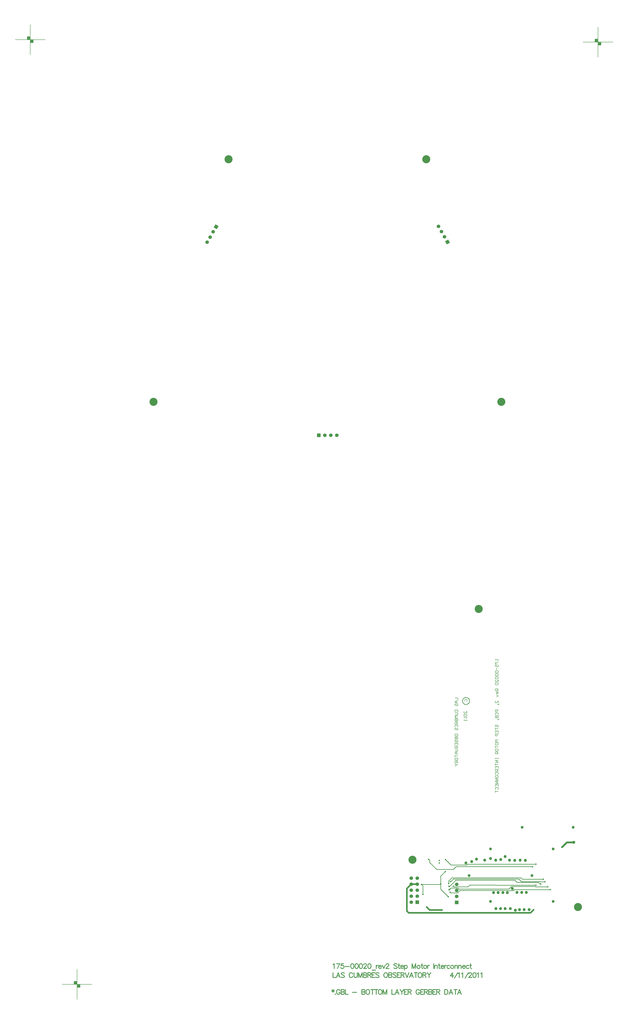
<source format=gbl>
%FSLAX23Y23*%
%MOIN*%
G70*
G01*
G75*
G04 Layer_Physical_Order=4*
G04 Layer_Color=16711680*
%ADD10R,0.050X0.050*%
%ADD11R,0.022X0.085*%
%ADD12R,0.030X0.125*%
%ADD13O,0.069X0.012*%
%ADD14R,0.071X0.075*%
%ADD15O,0.024X0.010*%
%ADD16R,0.050X0.050*%
%ADD17C,0.010*%
%ADD18C,0.025*%
%ADD19C,0.030*%
%ADD20C,0.020*%
%ADD21C,0.005*%
%ADD22C,0.012*%
%ADD23C,0.008*%
%ADD24C,0.012*%
%ADD25C,0.012*%
%ADD26R,0.059X0.059*%
%ADD27C,0.059*%
%ADD28P,0.084X4X285.0*%
%ADD29C,0.047*%
%ADD30C,0.024*%
%ADD31R,0.059X0.059*%
%ADD32P,0.084X4X165.0*%
%ADD33C,0.134*%
%ADD34C,0.030*%
%ADD35C,0.050*%
%ADD36C,0.075*%
D17*
X41333Y24303D02*
X41332Y24313D01*
X41330Y24322D01*
X41326Y24331D01*
X41320Y24339D01*
X41313Y24347D01*
X41305Y24353D01*
X41296Y24357D01*
X41287Y24360D01*
X41277Y24361D01*
X41267Y24361D01*
X41257Y24359D01*
X41248Y24355D01*
X41240Y24350D01*
X41232Y24343D01*
X41226Y24335D01*
X41221Y24327D01*
X41218Y24317D01*
X41216Y24308D01*
Y24298D01*
X41218Y24288D01*
X41221Y24279D01*
X41226Y24270D01*
X41232Y24262D01*
X41240Y24256D01*
X41248Y24250D01*
X41257Y24247D01*
X41267Y24245D01*
X41277Y24244D01*
X41287Y24245D01*
X41296Y24248D01*
X41305Y24253D01*
X41313Y24259D01*
X41320Y24266D01*
X41326Y24274D01*
X41330Y24283D01*
X41332Y24293D01*
X41333Y24303D01*
X40997Y21211D02*
X41103Y21318D01*
X42508Y21257D02*
X42519D01*
X42483Y21282D02*
X42508Y21257D01*
X41019Y21294D02*
X41064Y21339D01*
X42426Y21215D02*
X42430Y21211D01*
X42638D01*
X42218Y21335D02*
X42565D01*
X42192Y21361D02*
X42218Y21335D01*
X41041Y21361D02*
X42192D01*
X40988Y21308D02*
X41041Y21361D01*
X40988Y21264D02*
Y21308D01*
X42064Y21215D02*
X42426D01*
X42063Y21215D02*
X42064Y21215D01*
X42034Y21215D02*
X42063D01*
X41992Y21174D02*
X42034Y21215D01*
X41153Y21174D02*
X41992D01*
X41764Y21238D02*
X41765Y21237D01*
X41071Y21211D02*
X41310D01*
X41337Y21238D01*
X41063Y21219D02*
X41071Y21211D01*
X41337Y21238D02*
X41764D01*
X41765Y21237D02*
X42442D01*
X41137Y21190D02*
X41153Y21174D01*
X41025Y21190D02*
X41137D01*
X40997Y21163D02*
X41025Y21190D01*
X40855Y21388D02*
X40930Y21463D01*
X40855Y21256D02*
Y21388D01*
Y21170D02*
X40982Y21043D01*
X40855Y21170D02*
Y21256D01*
X40850Y21251D02*
X40855Y21256D01*
X40535Y21251D02*
X40850D01*
X40535D02*
X40557Y21229D01*
Y21083D02*
Y21229D01*
X41304Y21587D02*
X42440D01*
X41289Y21572D02*
X41304Y21587D01*
X41024Y21572D02*
X41289D01*
X40933Y21663D02*
X41024Y21572D01*
X40655Y21667D02*
X40672Y21650D01*
Y21612D02*
Y21650D01*
Y21612D02*
X40786Y21499D01*
X41065D02*
X41111Y21545D01*
X42382D02*
X42385Y21542D01*
X40786Y21499D02*
X41065D01*
X41111Y21545D02*
X42382D01*
X40990Y21218D02*
X40997Y21211D01*
X41018Y21295D02*
X41019Y21294D01*
X41982Y21145D02*
X42063D01*
X41980Y21148D02*
X41982Y21145D01*
X42063D02*
X42080Y21163D01*
X42679D01*
X41137Y21111D02*
X41173Y21148D01*
X41980D01*
X41018Y21111D02*
X41137D01*
X41010Y21119D02*
X41018Y21111D01*
X41064Y21339D02*
X42154D01*
X42196Y21297D01*
X42092Y21318D02*
X42128Y21282D01*
X41103Y21318D02*
X42092D01*
X42128Y21282D02*
X42483D01*
X42196Y21297D02*
X42505D01*
X42508Y21294D01*
X42592D01*
D18*
X40290Y21180D02*
X40364Y21254D01*
X40290Y20806D02*
Y21180D01*
Y20806D02*
X40319Y20777D01*
X42352D02*
X42400Y20826D01*
X40319Y20777D02*
X42352D01*
X40364Y21254D02*
X40464D01*
X40669Y20824D02*
X40878D01*
X40620Y20873D02*
X40669Y20824D01*
D19*
X42953Y21949D02*
X43070D01*
X42874Y21870D02*
X42953Y21949D01*
D22*
X39060Y19499D02*
Y19453D01*
X39041Y19488D02*
X39079Y19465D01*
Y19488D02*
X39041Y19465D01*
X39099Y19427D02*
X39095Y19423D01*
X39099Y19419D01*
X39103Y19423D01*
X39099Y19427D01*
X39177Y19480D02*
X39173Y19488D01*
X39166Y19495D01*
X39158Y19499D01*
X39143D01*
X39135Y19495D01*
X39128Y19488D01*
X39124Y19480D01*
X39120Y19469D01*
Y19450D01*
X39124Y19438D01*
X39128Y19431D01*
X39135Y19423D01*
X39143Y19419D01*
X39158D01*
X39166Y19423D01*
X39173Y19431D01*
X39177Y19438D01*
Y19450D01*
X39158D02*
X39177D01*
X39196Y19499D02*
Y19419D01*
Y19499D02*
X39230D01*
X39241Y19495D01*
X39245Y19492D01*
X39249Y19484D01*
Y19476D01*
X39245Y19469D01*
X39241Y19465D01*
X39230Y19461D01*
X39196D02*
X39230D01*
X39241Y19457D01*
X39245Y19453D01*
X39249Y19446D01*
Y19434D01*
X39245Y19427D01*
X39241Y19423D01*
X39230Y19419D01*
X39196D01*
X39267Y19499D02*
Y19419D01*
X39313D01*
X39384Y19453D02*
X39453D01*
X39539Y19499D02*
Y19419D01*
Y19499D02*
X39573D01*
X39585Y19495D01*
X39589Y19492D01*
X39592Y19484D01*
Y19476D01*
X39589Y19469D01*
X39585Y19465D01*
X39573Y19461D01*
X39539D02*
X39573D01*
X39585Y19457D01*
X39589Y19453D01*
X39592Y19446D01*
Y19434D01*
X39589Y19427D01*
X39585Y19423D01*
X39573Y19419D01*
X39539D01*
X39633Y19499D02*
X39626Y19495D01*
X39618Y19488D01*
X39614Y19480D01*
X39610Y19469D01*
Y19450D01*
X39614Y19438D01*
X39618Y19431D01*
X39626Y19423D01*
X39633Y19419D01*
X39648D01*
X39656Y19423D01*
X39664Y19431D01*
X39667Y19438D01*
X39671Y19450D01*
Y19469D01*
X39667Y19480D01*
X39664Y19488D01*
X39656Y19495D01*
X39648Y19499D01*
X39633D01*
X39717D02*
Y19419D01*
X39690Y19499D02*
X39743D01*
X39779D02*
Y19419D01*
X39753Y19499D02*
X39806D01*
X39838D02*
X39831Y19495D01*
X39823Y19488D01*
X39819Y19480D01*
X39816Y19469D01*
Y19450D01*
X39819Y19438D01*
X39823Y19431D01*
X39831Y19423D01*
X39838Y19419D01*
X39854D01*
X39861Y19423D01*
X39869Y19431D01*
X39873Y19438D01*
X39877Y19450D01*
Y19469D01*
X39873Y19480D01*
X39869Y19488D01*
X39861Y19495D01*
X39854Y19499D01*
X39838D01*
X39895D02*
Y19419D01*
Y19499D02*
X39926Y19419D01*
X39956Y19499D02*
X39926Y19419D01*
X39956Y19499D02*
Y19419D01*
X40042Y19499D02*
Y19419D01*
X40088D01*
X40157D02*
X40127Y19499D01*
X40096Y19419D01*
X40108Y19446D02*
X40146D01*
X40176Y19499D02*
X40206Y19461D01*
Y19419D01*
X40237Y19499D02*
X40206Y19461D01*
X40297Y19499D02*
X40247D01*
Y19419D01*
X40297D01*
X40247Y19461D02*
X40278D01*
X40310Y19499D02*
Y19419D01*
Y19499D02*
X40344D01*
X40356Y19495D01*
X40360Y19492D01*
X40363Y19484D01*
Y19476D01*
X40360Y19469D01*
X40356Y19465D01*
X40344Y19461D01*
X40310D01*
X40337D02*
X40363Y19419D01*
X40501Y19480D02*
X40497Y19488D01*
X40490Y19495D01*
X40482Y19499D01*
X40467D01*
X40459Y19495D01*
X40452Y19488D01*
X40448Y19480D01*
X40444Y19469D01*
Y19450D01*
X40448Y19438D01*
X40452Y19431D01*
X40459Y19423D01*
X40467Y19419D01*
X40482D01*
X40490Y19423D01*
X40497Y19431D01*
X40501Y19438D01*
Y19450D01*
X40482D02*
X40501D01*
X40569Y19499D02*
X40519D01*
Y19419D01*
X40569D01*
X40519Y19461D02*
X40550D01*
X40582Y19499D02*
Y19419D01*
Y19499D02*
X40617D01*
X40628Y19495D01*
X40632Y19492D01*
X40636Y19484D01*
Y19476D01*
X40632Y19469D01*
X40628Y19465D01*
X40617Y19461D01*
X40582D01*
X40609D02*
X40636Y19419D01*
X40654Y19499D02*
Y19419D01*
Y19499D02*
X40688D01*
X40699Y19495D01*
X40703Y19492D01*
X40707Y19484D01*
Y19476D01*
X40703Y19469D01*
X40699Y19465D01*
X40688Y19461D01*
X40654D02*
X40688D01*
X40699Y19457D01*
X40703Y19453D01*
X40707Y19446D01*
Y19434D01*
X40703Y19427D01*
X40699Y19423D01*
X40688Y19419D01*
X40654D01*
X40774Y19499D02*
X40725D01*
Y19419D01*
X40774D01*
X40725Y19461D02*
X40755D01*
X40788Y19499D02*
Y19419D01*
Y19499D02*
X40822D01*
X40833Y19495D01*
X40837Y19492D01*
X40841Y19484D01*
Y19476D01*
X40837Y19469D01*
X40833Y19465D01*
X40822Y19461D01*
X40788D01*
X40814D02*
X40841Y19419D01*
X40922Y19499D02*
Y19419D01*
Y19499D02*
X40948D01*
X40960Y19495D01*
X40967Y19488D01*
X40971Y19480D01*
X40975Y19469D01*
Y19450D01*
X40971Y19438D01*
X40967Y19431D01*
X40960Y19423D01*
X40948Y19419D01*
X40922D01*
X41054D02*
X41023Y19499D01*
X40993Y19419D01*
X41004Y19446D02*
X41042D01*
X41099Y19499D02*
Y19419D01*
X41073Y19499D02*
X41126D01*
X41196Y19419D02*
X41166Y19499D01*
X41135Y19419D01*
X41147Y19446D02*
X41185D01*
D23*
X41256Y24297D02*
Y24322D01*
X41265Y24330D01*
X41281D01*
X41290Y24322D01*
Y24297D01*
Y24097D02*
Y24130D01*
X41256Y24097D01*
X41248D01*
X41240Y24105D01*
Y24122D01*
X41248Y24130D01*
Y24080D02*
X41240Y24072D01*
Y24055D01*
X41248Y24047D01*
X41281D01*
X41290Y24055D01*
Y24072D01*
X41281Y24080D01*
X41248D01*
X41290Y24030D02*
Y24014D01*
Y24022D01*
X41240D01*
X41248Y24030D01*
X41290Y23989D02*
Y23972D01*
Y23980D01*
X41240D01*
X41248Y23989D01*
X41090Y24354D02*
X41140D01*
Y24321D01*
Y24304D02*
X41107D01*
X41090Y24287D01*
X41107Y24271D01*
X41140D01*
X41115D01*
Y24304D01*
X41099Y24221D02*
X41090Y24229D01*
Y24246D01*
X41099Y24254D01*
X41107D01*
X41115Y24246D01*
Y24229D01*
X41124Y24221D01*
X41132D01*
X41140Y24229D01*
Y24246D01*
X41132Y24254D01*
X41099Y24121D02*
X41090Y24129D01*
Y24146D01*
X41099Y24154D01*
X41132D01*
X41140Y24146D01*
Y24129D01*
X41132Y24121D01*
X41090Y24104D02*
X41132D01*
X41140Y24096D01*
Y24079D01*
X41132Y24071D01*
X41090D01*
X41140Y24054D02*
X41090D01*
X41107Y24037D01*
X41090Y24021D01*
X41140D01*
X41090Y24004D02*
X41140D01*
Y23979D01*
X41132Y23971D01*
X41124D01*
X41115Y23979D01*
Y24004D01*
Y23979D01*
X41107Y23971D01*
X41099D01*
X41090Y23979D01*
Y24004D01*
X41140Y23954D02*
X41090D01*
Y23929D01*
X41099Y23921D01*
X41115D01*
X41124Y23929D01*
Y23954D01*
Y23937D02*
X41140Y23921D01*
X41090Y23871D02*
Y23904D01*
X41140D01*
Y23871D01*
X41115Y23904D02*
Y23887D01*
X41099Y23821D02*
X41090Y23829D01*
Y23846D01*
X41099Y23854D01*
X41107D01*
X41115Y23846D01*
Y23829D01*
X41124Y23821D01*
X41132D01*
X41140Y23829D01*
Y23846D01*
X41132Y23854D01*
X41090Y23729D02*
Y23746D01*
X41099Y23754D01*
X41132D01*
X41140Y23746D01*
Y23729D01*
X41132Y23721D01*
X41099D01*
X41090Y23729D01*
Y23704D02*
X41140D01*
Y23679D01*
X41132Y23671D01*
X41124D01*
X41115Y23679D01*
Y23704D01*
Y23679D01*
X41107Y23671D01*
X41099D01*
X41090Y23679D01*
Y23704D01*
X41099Y23621D02*
X41090Y23629D01*
Y23646D01*
X41099Y23654D01*
X41107D01*
X41115Y23646D01*
Y23629D01*
X41124Y23621D01*
X41132D01*
X41140Y23629D01*
Y23646D01*
X41132Y23654D01*
X41090Y23571D02*
Y23604D01*
X41140D01*
Y23571D01*
X41115Y23604D02*
Y23587D01*
X41140Y23554D02*
X41090D01*
Y23529D01*
X41099Y23521D01*
X41115D01*
X41124Y23529D01*
Y23554D01*
Y23537D02*
X41140Y23521D01*
X41090Y23504D02*
X41124D01*
X41140Y23487D01*
X41124Y23471D01*
X41090D01*
X41140Y23454D02*
X41107D01*
X41090Y23438D01*
X41107Y23421D01*
X41140D01*
X41115D01*
Y23454D01*
X41090Y23404D02*
Y23371D01*
Y23388D01*
X41140D01*
X41090Y23329D02*
Y23346D01*
X41099Y23354D01*
X41132D01*
X41140Y23346D01*
Y23329D01*
X41132Y23321D01*
X41099D01*
X41090Y23329D01*
X41140Y23304D02*
X41090D01*
Y23279D01*
X41099Y23271D01*
X41115D01*
X41124Y23279D01*
Y23304D01*
Y23288D02*
X41140Y23271D01*
X41090Y23254D02*
X41099D01*
X41115Y23238D01*
X41099Y23221D01*
X41090D01*
X41115Y23238D02*
X41140D01*
X41813Y24996D02*
Y24979D01*
Y24987D01*
X41763D01*
X41772Y24996D01*
X41763Y24954D02*
Y24921D01*
X41772D01*
X41805Y24954D01*
X41813D01*
X41763Y24871D02*
Y24904D01*
X41788D01*
X41780Y24887D01*
Y24879D01*
X41788Y24871D01*
X41805D01*
X41813Y24879D01*
Y24896D01*
X41805Y24904D01*
X41788Y24854D02*
Y24821D01*
X41772Y24804D02*
X41763Y24796D01*
Y24779D01*
X41772Y24771D01*
X41805D01*
X41813Y24779D01*
Y24796D01*
X41805Y24804D01*
X41772D01*
Y24754D02*
X41763Y24746D01*
Y24729D01*
X41772Y24721D01*
X41805D01*
X41813Y24729D01*
Y24746D01*
X41805Y24754D01*
X41772D01*
Y24704D02*
X41763Y24696D01*
Y24679D01*
X41772Y24671D01*
X41805D01*
X41813Y24679D01*
Y24696D01*
X41805Y24704D01*
X41772D01*
X41813Y24621D02*
Y24654D01*
X41780Y24621D01*
X41772D01*
X41763Y24629D01*
Y24646D01*
X41772Y24654D01*
Y24604D02*
X41763Y24596D01*
Y24579D01*
X41772Y24571D01*
X41805D01*
X41813Y24579D01*
Y24596D01*
X41805Y24604D01*
X41772D01*
X41813Y24504D02*
X41763D01*
Y24479D01*
X41772Y24471D01*
X41788D01*
X41797Y24479D01*
Y24504D01*
Y24487D02*
X41813Y24471D01*
Y24429D02*
Y24446D01*
X41805Y24454D01*
X41788D01*
X41780Y24446D01*
Y24429D01*
X41788Y24421D01*
X41797D01*
Y24454D01*
X41780Y24404D02*
X41813Y24387D01*
X41780Y24371D01*
X41813Y24271D02*
Y24304D01*
X41780Y24271D01*
X41772D01*
X41763Y24279D01*
Y24296D01*
X41772Y24304D01*
X41822Y24246D02*
X41813Y24238D01*
X41805D01*
Y24246D01*
X41813D01*
Y24238D01*
X41822Y24246D01*
X41830Y24254D01*
X41813Y24154D02*
X41763D01*
Y24129D01*
X41772Y24121D01*
X41788D01*
X41797Y24129D01*
Y24154D01*
X41772Y24071D02*
X41763Y24079D01*
Y24096D01*
X41772Y24104D01*
X41805D01*
X41813Y24096D01*
Y24079D01*
X41805Y24071D01*
X41763Y24054D02*
X41813D01*
Y24029D01*
X41805Y24021D01*
X41797D01*
X41788Y24029D01*
Y24054D01*
Y24029D01*
X41780Y24021D01*
X41772D01*
X41763Y24029D01*
Y24054D01*
X41822Y23996D02*
X41813Y23988D01*
X41805D01*
Y23996D01*
X41813D01*
Y23988D01*
X41822Y23996D01*
X41830Y24004D01*
X41772Y23871D02*
X41763Y23879D01*
Y23896D01*
X41772Y23904D01*
X41780D01*
X41788Y23896D01*
Y23879D01*
X41797Y23871D01*
X41805D01*
X41813Y23879D01*
Y23896D01*
X41805Y23904D01*
X41763Y23854D02*
Y23821D01*
Y23838D01*
X41813D01*
X41763Y23771D02*
Y23804D01*
X41813D01*
Y23771D01*
X41788Y23804D02*
Y23788D01*
X41813Y23754D02*
X41763D01*
Y23729D01*
X41772Y23721D01*
X41788D01*
X41797Y23729D01*
Y23754D01*
X41813Y23654D02*
X41763D01*
X41780Y23638D01*
X41763Y23621D01*
X41813D01*
X41763Y23579D02*
Y23596D01*
X41772Y23604D01*
X41805D01*
X41813Y23596D01*
Y23579D01*
X41805Y23571D01*
X41772D01*
X41763Y23579D01*
Y23554D02*
Y23521D01*
Y23538D01*
X41813D01*
X41763Y23479D02*
Y23496D01*
X41772Y23504D01*
X41805D01*
X41813Y23496D01*
Y23479D01*
X41805Y23471D01*
X41772D01*
X41763Y23479D01*
X41813Y23454D02*
X41763D01*
Y23429D01*
X41772Y23421D01*
X41788D01*
X41797Y23429D01*
Y23454D01*
Y23438D02*
X41813Y23421D01*
X41763Y23354D02*
Y23338D01*
Y23346D01*
X41813D01*
Y23354D01*
Y23338D01*
Y23313D02*
X41763D01*
X41813Y23280D01*
X41763D01*
Y23263D02*
Y23230D01*
Y23246D01*
X41813D01*
X41763Y23180D02*
Y23213D01*
X41813D01*
Y23180D01*
X41788Y23213D02*
Y23196D01*
X41813Y23163D02*
X41763D01*
Y23138D01*
X41772Y23130D01*
X41788D01*
X41797Y23138D01*
Y23163D01*
Y23146D02*
X41813Y23130D01*
X41772Y23080D02*
X41763Y23088D01*
Y23105D01*
X41772Y23113D01*
X41805D01*
X41813Y23105D01*
Y23088D01*
X41805Y23080D01*
X41763Y23038D02*
Y23055D01*
X41772Y23063D01*
X41805D01*
X41813Y23055D01*
Y23038D01*
X41805Y23030D01*
X41772D01*
X41763Y23038D01*
X41813Y23013D02*
X41763D01*
X41813Y22980D01*
X41763D01*
X41813Y22963D02*
X41763D01*
X41813Y22930D01*
X41763D01*
Y22880D02*
Y22913D01*
X41813D01*
Y22880D01*
X41788Y22913D02*
Y22896D01*
X41772Y22830D02*
X41763Y22838D01*
Y22855D01*
X41772Y22863D01*
X41805D01*
X41813Y22855D01*
Y22838D01*
X41805Y22830D01*
X41763Y22813D02*
Y22780D01*
Y22796D01*
X41813D01*
X43223Y35265D02*
X43723D01*
X43473Y35015D02*
Y35515D01*
X43423Y35265D02*
Y35315D01*
X43473D01*
X43523Y35215D02*
Y35265D01*
X43473Y35215D02*
X43523D01*
X43478Y35260D02*
X43518D01*
Y35220D02*
Y35260D01*
X43478Y35220D02*
X43518D01*
X43478D02*
Y35260D01*
X43483Y35255D02*
X43513D01*
Y35225D02*
Y35255D01*
X43483Y35225D02*
X43513D01*
X43483D02*
Y35250D01*
X43488D02*
X43508D01*
Y35230D02*
Y35250D01*
X43488Y35230D02*
X43508D01*
X43488D02*
Y35245D01*
X43493D02*
X43503D01*
Y35235D02*
Y35245D01*
X43493Y35235D02*
X43503D01*
X43493D02*
Y35245D01*
Y35240D02*
X43503D01*
X43428Y35310D02*
X43468D01*
Y35270D02*
Y35310D01*
X43428Y35270D02*
X43468D01*
X43428D02*
Y35310D01*
X43433Y35305D02*
X43463D01*
Y35275D02*
Y35305D01*
X43433Y35275D02*
X43463D01*
X43433D02*
Y35300D01*
X43438D02*
X43458D01*
Y35280D02*
Y35300D01*
X43438Y35280D02*
X43458D01*
X43438D02*
Y35295D01*
X43443D02*
X43453D01*
Y35285D02*
Y35295D01*
X43443Y35285D02*
X43453D01*
X43443D02*
Y35295D01*
Y35290D02*
X43453D01*
X34548Y19586D02*
X35048D01*
X34798Y19336D02*
Y19836D01*
X34748Y19586D02*
Y19636D01*
X34798D01*
X34848Y19536D02*
Y19586D01*
X34798Y19536D02*
X34848D01*
X34803Y19581D02*
X34843D01*
Y19541D02*
Y19581D01*
X34803Y19541D02*
X34843D01*
X34803D02*
Y19581D01*
X34808Y19576D02*
X34838D01*
Y19546D02*
Y19576D01*
X34808Y19546D02*
X34838D01*
X34808D02*
Y19571D01*
X34813D02*
X34833D01*
Y19551D02*
Y19571D01*
X34813Y19551D02*
X34833D01*
X34813D02*
Y19566D01*
X34818D02*
X34828D01*
Y19556D02*
Y19566D01*
X34818Y19556D02*
X34828D01*
X34818D02*
Y19566D01*
Y19561D02*
X34828D01*
X34753Y19631D02*
X34793D01*
Y19591D02*
Y19631D01*
X34753Y19591D02*
X34793D01*
X34753D02*
Y19631D01*
X34758Y19626D02*
X34788D01*
Y19596D02*
Y19626D01*
X34758Y19596D02*
X34788D01*
X34758D02*
Y19621D01*
X34763D02*
X34783D01*
Y19601D02*
Y19621D01*
X34763Y19601D02*
X34783D01*
X34763D02*
Y19616D01*
X34768D02*
X34778D01*
Y19606D02*
Y19616D01*
X34768Y19606D02*
X34778D01*
X34768D02*
Y19616D01*
Y19611D02*
X34778D01*
X33767Y35306D02*
X34267D01*
X34017Y35056D02*
Y35556D01*
X33967Y35306D02*
Y35356D01*
X34017D01*
X34067Y35256D02*
Y35306D01*
X34017Y35256D02*
X34067D01*
X34022Y35301D02*
X34062D01*
Y35261D02*
Y35301D01*
X34022Y35261D02*
X34062D01*
X34022D02*
Y35301D01*
X34027Y35296D02*
X34057D01*
Y35266D02*
Y35296D01*
X34027Y35266D02*
X34057D01*
X34027D02*
Y35291D01*
X34032D02*
X34052D01*
Y35271D02*
Y35291D01*
X34032Y35271D02*
X34052D01*
X34032D02*
Y35286D01*
X34037D02*
X34047D01*
Y35276D02*
Y35286D01*
X34037Y35276D02*
X34047D01*
X34037D02*
Y35286D01*
Y35281D02*
X34047D01*
X33972Y35351D02*
X34012D01*
Y35311D02*
Y35351D01*
X33972Y35311D02*
X34012D01*
X33972D02*
Y35351D01*
X33977Y35346D02*
X34007D01*
Y35316D02*
Y35346D01*
X33977Y35316D02*
X34007D01*
X33977D02*
Y35341D01*
X33982D02*
X34002D01*
Y35321D02*
Y35341D01*
X33982Y35321D02*
X34002D01*
X33982D02*
Y35336D01*
X33987D02*
X33997D01*
Y35326D02*
Y35336D01*
X33987Y35326D02*
X33997D01*
X33987D02*
Y35336D01*
Y35331D02*
X33997D01*
D24*
X39062Y19915D02*
X39069Y19918D01*
X39081Y19930D01*
Y19850D01*
X39174Y19930D02*
X39135Y19850D01*
X39120Y19930D02*
X39174D01*
X39237D02*
X39199D01*
X39195Y19895D01*
X39199Y19899D01*
X39211Y19903D01*
X39222D01*
X39233Y19899D01*
X39241Y19892D01*
X39245Y19880D01*
Y19873D01*
X39241Y19861D01*
X39233Y19854D01*
X39222Y19850D01*
X39211D01*
X39199Y19854D01*
X39195Y19857D01*
X39191Y19865D01*
X39263Y19884D02*
X39331D01*
X39378Y19930D02*
X39366Y19926D01*
X39359Y19915D01*
X39355Y19895D01*
Y19884D01*
X39359Y19865D01*
X39366Y19854D01*
X39378Y19850D01*
X39385D01*
X39397Y19854D01*
X39404Y19865D01*
X39408Y19884D01*
Y19895D01*
X39404Y19915D01*
X39397Y19926D01*
X39385Y19930D01*
X39378D01*
X39449D02*
X39438Y19926D01*
X39430Y19915D01*
X39426Y19895D01*
Y19884D01*
X39430Y19865D01*
X39438Y19854D01*
X39449Y19850D01*
X39457D01*
X39468Y19854D01*
X39476Y19865D01*
X39479Y19884D01*
Y19895D01*
X39476Y19915D01*
X39468Y19926D01*
X39457Y19930D01*
X39449D01*
X39520D02*
X39509Y19926D01*
X39501Y19915D01*
X39497Y19895D01*
Y19884D01*
X39501Y19865D01*
X39509Y19854D01*
X39520Y19850D01*
X39528D01*
X39539Y19854D01*
X39547Y19865D01*
X39551Y19884D01*
Y19895D01*
X39547Y19915D01*
X39539Y19926D01*
X39528Y19930D01*
X39520D01*
X39572Y19911D02*
Y19915D01*
X39576Y19922D01*
X39580Y19926D01*
X39588Y19930D01*
X39603D01*
X39610Y19926D01*
X39614Y19922D01*
X39618Y19915D01*
Y19907D01*
X39614Y19899D01*
X39607Y19888D01*
X39569Y19850D01*
X39622D01*
X39663Y19930D02*
X39651Y19926D01*
X39644Y19915D01*
X39640Y19895D01*
Y19884D01*
X39644Y19865D01*
X39651Y19854D01*
X39663Y19850D01*
X39670D01*
X39682Y19854D01*
X39689Y19865D01*
X39693Y19884D01*
Y19895D01*
X39689Y19915D01*
X39682Y19926D01*
X39670Y19930D01*
X39663D01*
X39711Y19823D02*
X39772D01*
X39782Y19903D02*
Y19850D01*
Y19880D02*
X39786Y19892D01*
X39794Y19899D01*
X39801Y19903D01*
X39813D01*
X39820Y19880D02*
X39866D01*
Y19888D01*
X39862Y19895D01*
X39858Y19899D01*
X39850Y19903D01*
X39839D01*
X39831Y19899D01*
X39824Y19892D01*
X39820Y19880D01*
Y19873D01*
X39824Y19861D01*
X39831Y19854D01*
X39839Y19850D01*
X39850D01*
X39858Y19854D01*
X39866Y19861D01*
X39883Y19903D02*
X39906Y19850D01*
X39928Y19903D02*
X39906Y19850D01*
X39945Y19911D02*
Y19915D01*
X39949Y19922D01*
X39953Y19926D01*
X39960Y19930D01*
X39976D01*
X39983Y19926D01*
X39987Y19922D01*
X39991Y19915D01*
Y19907D01*
X39987Y19899D01*
X39979Y19888D01*
X39941Y19850D01*
X39995D01*
X40129Y19918D02*
X40121Y19926D01*
X40110Y19930D01*
X40095D01*
X40083Y19926D01*
X40075Y19918D01*
Y19911D01*
X40079Y19903D01*
X40083Y19899D01*
X40091Y19895D01*
X40114Y19888D01*
X40121Y19884D01*
X40125Y19880D01*
X40129Y19873D01*
Y19861D01*
X40121Y19854D01*
X40110Y19850D01*
X40095D01*
X40083Y19854D01*
X40075Y19861D01*
X40158Y19930D02*
Y19865D01*
X40162Y19854D01*
X40170Y19850D01*
X40177D01*
X40147Y19903D02*
X40173D01*
X40189Y19880D02*
X40234D01*
Y19888D01*
X40230Y19895D01*
X40227Y19899D01*
X40219Y19903D01*
X40208D01*
X40200Y19899D01*
X40192Y19892D01*
X40189Y19880D01*
Y19873D01*
X40192Y19861D01*
X40200Y19854D01*
X40208Y19850D01*
X40219D01*
X40227Y19854D01*
X40234Y19861D01*
X40251Y19903D02*
Y19823D01*
Y19892D02*
X40259Y19899D01*
X40267Y19903D01*
X40278D01*
X40286Y19899D01*
X40293Y19892D01*
X40297Y19880D01*
Y19873D01*
X40293Y19861D01*
X40286Y19854D01*
X40278Y19850D01*
X40267D01*
X40259Y19854D01*
X40251Y19861D01*
X40377Y19930D02*
Y19850D01*
Y19930D02*
X40408Y19850D01*
X40438Y19930D02*
X40408Y19850D01*
X40438Y19930D02*
Y19850D01*
X40480Y19903D02*
X40472Y19899D01*
X40465Y19892D01*
X40461Y19880D01*
Y19873D01*
X40465Y19861D01*
X40472Y19854D01*
X40480Y19850D01*
X40491D01*
X40499Y19854D01*
X40507Y19861D01*
X40510Y19873D01*
Y19880D01*
X40507Y19892D01*
X40499Y19899D01*
X40491Y19903D01*
X40480D01*
X40539Y19930D02*
Y19865D01*
X40543Y19854D01*
X40551Y19850D01*
X40558D01*
X40528Y19903D02*
X40555D01*
X40589D02*
X40581Y19899D01*
X40574Y19892D01*
X40570Y19880D01*
Y19873D01*
X40574Y19861D01*
X40581Y19854D01*
X40589Y19850D01*
X40600D01*
X40608Y19854D01*
X40616Y19861D01*
X40619Y19873D01*
Y19880D01*
X40616Y19892D01*
X40608Y19899D01*
X40600Y19903D01*
X40589D01*
X40637D02*
Y19850D01*
Y19880D02*
X40641Y19892D01*
X40648Y19899D01*
X40656Y19903D01*
X40667D01*
X40737Y19930D02*
Y19850D01*
X40754Y19903D02*
Y19850D01*
Y19888D02*
X40766Y19899D01*
X40773Y19903D01*
X40785D01*
X40792Y19899D01*
X40796Y19888D01*
Y19850D01*
X40828Y19930D02*
Y19865D01*
X40832Y19854D01*
X40840Y19850D01*
X40848D01*
X40817Y19903D02*
X40844D01*
X40859Y19880D02*
X40905D01*
Y19888D01*
X40901Y19895D01*
X40897Y19899D01*
X40889Y19903D01*
X40878D01*
X40870Y19899D01*
X40863Y19892D01*
X40859Y19880D01*
Y19873D01*
X40863Y19861D01*
X40870Y19854D01*
X40878Y19850D01*
X40889D01*
X40897Y19854D01*
X40905Y19861D01*
X40922Y19903D02*
Y19850D01*
Y19880D02*
X40926Y19892D01*
X40933Y19899D01*
X40941Y19903D01*
X40952D01*
X41005Y19892D02*
X40998Y19899D01*
X40990Y19903D01*
X40979D01*
X40971Y19899D01*
X40963Y19892D01*
X40959Y19880D01*
Y19873D01*
X40963Y19861D01*
X40971Y19854D01*
X40979Y19850D01*
X40990D01*
X40998Y19854D01*
X41005Y19861D01*
X41041Y19903D02*
X41034Y19899D01*
X41026Y19892D01*
X41022Y19880D01*
Y19873D01*
X41026Y19861D01*
X41034Y19854D01*
X41041Y19850D01*
X41053D01*
X41060Y19854D01*
X41068Y19861D01*
X41072Y19873D01*
Y19880D01*
X41068Y19892D01*
X41060Y19899D01*
X41053Y19903D01*
X41041D01*
X41089D02*
Y19850D01*
Y19888D02*
X41101Y19899D01*
X41108Y19903D01*
X41120D01*
X41127Y19899D01*
X41131Y19888D01*
Y19850D01*
X41152Y19903D02*
Y19850D01*
Y19888D02*
X41164Y19899D01*
X41171Y19903D01*
X41183D01*
X41190Y19899D01*
X41194Y19888D01*
Y19850D01*
X41215Y19880D02*
X41261D01*
Y19888D01*
X41257Y19895D01*
X41253Y19899D01*
X41246Y19903D01*
X41234D01*
X41226Y19899D01*
X41219Y19892D01*
X41215Y19880D01*
Y19873D01*
X41219Y19861D01*
X41226Y19854D01*
X41234Y19850D01*
X41246D01*
X41253Y19854D01*
X41261Y19861D01*
X41324Y19892D02*
X41316Y19899D01*
X41308Y19903D01*
X41297D01*
X41289Y19899D01*
X41282Y19892D01*
X41278Y19880D01*
Y19873D01*
X41282Y19861D01*
X41289Y19854D01*
X41297Y19850D01*
X41308D01*
X41316Y19854D01*
X41324Y19861D01*
X41352Y19930D02*
Y19865D01*
X41356Y19854D01*
X41364Y19850D01*
X41371D01*
X41341Y19903D02*
X41367D01*
D25*
X39062Y19780D02*
Y19700D01*
X39107D01*
X39177D02*
X39147Y19780D01*
X39116Y19700D01*
X39127Y19726D02*
X39166D01*
X39249Y19768D02*
X39241Y19776D01*
X39230Y19780D01*
X39215D01*
X39203Y19776D01*
X39196Y19768D01*
Y19761D01*
X39199Y19753D01*
X39203Y19749D01*
X39211Y19745D01*
X39234Y19738D01*
X39241Y19734D01*
X39245Y19730D01*
X39249Y19723D01*
Y19711D01*
X39241Y19704D01*
X39230Y19700D01*
X39215D01*
X39203Y19704D01*
X39196Y19711D01*
X39387Y19761D02*
X39383Y19768D01*
X39375Y19776D01*
X39368Y19780D01*
X39353D01*
X39345Y19776D01*
X39337Y19768D01*
X39334Y19761D01*
X39330Y19749D01*
Y19730D01*
X39334Y19719D01*
X39337Y19711D01*
X39345Y19704D01*
X39353Y19700D01*
X39368D01*
X39375Y19704D01*
X39383Y19711D01*
X39387Y19719D01*
X39409Y19780D02*
Y19723D01*
X39413Y19711D01*
X39421Y19704D01*
X39432Y19700D01*
X39440D01*
X39451Y19704D01*
X39459Y19711D01*
X39463Y19723D01*
Y19780D01*
X39485D02*
Y19700D01*
Y19780D02*
X39515Y19700D01*
X39546Y19780D02*
X39515Y19700D01*
X39546Y19780D02*
Y19700D01*
X39569Y19780D02*
Y19700D01*
Y19780D02*
X39603D01*
X39614Y19776D01*
X39618Y19772D01*
X39622Y19764D01*
Y19757D01*
X39618Y19749D01*
X39614Y19745D01*
X39603Y19742D01*
X39569D02*
X39603D01*
X39614Y19738D01*
X39618Y19734D01*
X39622Y19726D01*
Y19715D01*
X39618Y19707D01*
X39614Y19704D01*
X39603Y19700D01*
X39569D01*
X39640Y19780D02*
Y19700D01*
Y19780D02*
X39674D01*
X39685Y19776D01*
X39689Y19772D01*
X39693Y19764D01*
Y19757D01*
X39689Y19749D01*
X39685Y19745D01*
X39674Y19742D01*
X39640D01*
X39666D02*
X39693Y19700D01*
X39760Y19780D02*
X39711D01*
Y19700D01*
X39760D01*
X39711Y19742D02*
X39741D01*
X39827Y19768D02*
X39820Y19776D01*
X39808Y19780D01*
X39793D01*
X39781Y19776D01*
X39774Y19768D01*
Y19761D01*
X39778Y19753D01*
X39781Y19749D01*
X39789Y19745D01*
X39812Y19738D01*
X39820Y19734D01*
X39823Y19730D01*
X39827Y19723D01*
Y19711D01*
X39820Y19704D01*
X39808Y19700D01*
X39793D01*
X39781Y19704D01*
X39774Y19711D01*
X39931Y19780D02*
X39923Y19776D01*
X39916Y19768D01*
X39912Y19761D01*
X39908Y19749D01*
Y19730D01*
X39912Y19719D01*
X39916Y19711D01*
X39923Y19704D01*
X39931Y19700D01*
X39946D01*
X39954Y19704D01*
X39961Y19711D01*
X39965Y19719D01*
X39969Y19730D01*
Y19749D01*
X39965Y19761D01*
X39961Y19768D01*
X39954Y19776D01*
X39946Y19780D01*
X39931D01*
X39987D02*
Y19700D01*
Y19780D02*
X40022D01*
X40033Y19776D01*
X40037Y19772D01*
X40041Y19764D01*
Y19757D01*
X40037Y19749D01*
X40033Y19745D01*
X40022Y19742D01*
X39987D02*
X40022D01*
X40033Y19738D01*
X40037Y19734D01*
X40041Y19726D01*
Y19715D01*
X40037Y19707D01*
X40033Y19704D01*
X40022Y19700D01*
X39987D01*
X40112Y19768D02*
X40104Y19776D01*
X40093Y19780D01*
X40078D01*
X40066Y19776D01*
X40059Y19768D01*
Y19761D01*
X40063Y19753D01*
X40066Y19749D01*
X40074Y19745D01*
X40097Y19738D01*
X40104Y19734D01*
X40108Y19730D01*
X40112Y19723D01*
Y19711D01*
X40104Y19704D01*
X40093Y19700D01*
X40078D01*
X40066Y19704D01*
X40059Y19711D01*
X40179Y19780D02*
X40130D01*
Y19700D01*
X40179D01*
X40130Y19742D02*
X40160D01*
X40193Y19780D02*
Y19700D01*
Y19780D02*
X40227D01*
X40238Y19776D01*
X40242Y19772D01*
X40246Y19764D01*
Y19757D01*
X40242Y19749D01*
X40238Y19745D01*
X40227Y19742D01*
X40193D01*
X40219D02*
X40246Y19700D01*
X40264Y19780D02*
X40294Y19700D01*
X40325Y19780D02*
X40294Y19700D01*
X40396D02*
X40366Y19780D01*
X40335Y19700D01*
X40347Y19726D02*
X40385D01*
X40441Y19780D02*
Y19700D01*
X40415Y19780D02*
X40468D01*
X40501D02*
X40493Y19776D01*
X40485Y19768D01*
X40481Y19761D01*
X40478Y19749D01*
Y19730D01*
X40481Y19719D01*
X40485Y19711D01*
X40493Y19704D01*
X40501Y19700D01*
X40516D01*
X40523Y19704D01*
X40531Y19711D01*
X40535Y19719D01*
X40539Y19730D01*
Y19749D01*
X40535Y19761D01*
X40531Y19768D01*
X40523Y19776D01*
X40516Y19780D01*
X40501D01*
X40557D02*
Y19700D01*
Y19780D02*
X40592D01*
X40603Y19776D01*
X40607Y19772D01*
X40611Y19764D01*
Y19757D01*
X40607Y19749D01*
X40603Y19745D01*
X40592Y19742D01*
X40557D01*
X40584D02*
X40611Y19700D01*
X40629Y19780D02*
X40659Y19742D01*
Y19700D01*
X40689Y19780D02*
X40659Y19742D01*
X41052Y19780D02*
X41014Y19726D01*
X41071D01*
X41052Y19780D02*
Y19700D01*
X41085Y19688D02*
X41138Y19780D01*
X41144Y19764D02*
X41151Y19768D01*
X41163Y19780D01*
Y19700D01*
X41202Y19764D02*
X41210Y19768D01*
X41222Y19780D01*
Y19700D01*
X41261Y19688D02*
X41314Y19780D01*
X41324Y19761D02*
Y19764D01*
X41327Y19772D01*
X41331Y19776D01*
X41339Y19780D01*
X41354D01*
X41362Y19776D01*
X41365Y19772D01*
X41369Y19764D01*
Y19757D01*
X41365Y19749D01*
X41358Y19738D01*
X41320Y19700D01*
X41373D01*
X41414Y19780D02*
X41402Y19776D01*
X41395Y19764D01*
X41391Y19745D01*
Y19734D01*
X41395Y19715D01*
X41402Y19704D01*
X41414Y19700D01*
X41421D01*
X41433Y19704D01*
X41441Y19715D01*
X41444Y19734D01*
Y19745D01*
X41441Y19764D01*
X41433Y19776D01*
X41421Y19780D01*
X41414D01*
X41462Y19764D02*
X41470Y19768D01*
X41481Y19780D01*
Y19700D01*
X41521Y19764D02*
X41528Y19768D01*
X41540Y19780D01*
Y19700D01*
D26*
X40464Y20954D02*
D03*
X41120Y20951D02*
D03*
D27*
X40364Y20954D02*
D03*
X40464Y21054D02*
D03*
X40364Y21054D02*
D03*
X40464Y21154D02*
D03*
X40364D02*
D03*
X40464Y21254D02*
D03*
X40364D02*
D03*
X40464Y21354D02*
D03*
X40364D02*
D03*
X36963Y31935D02*
D03*
X37013Y32021D02*
D03*
X37063Y32108D02*
D03*
X41120Y21251D02*
D03*
Y21151D02*
D03*
Y21051D02*
D03*
X39123Y28724D02*
D03*
X39023D02*
D03*
X38923D02*
D03*
X40818Y32199D02*
D03*
X40868Y32113D02*
D03*
X40918Y32026D02*
D03*
D28*
X37113Y32194D02*
D03*
D29*
X41328Y21396D02*
D03*
X42373D02*
D03*
X42211Y22201D02*
D03*
X43060D02*
D03*
X41683Y21841D02*
D03*
X42728Y21841D02*
D03*
X41683Y20966D02*
D03*
X42728Y20966D02*
D03*
D30*
X40832Y21607D02*
D03*
Y21646D02*
D03*
X42442Y21237D02*
D03*
X42519Y21257D02*
D03*
X42565Y21335D02*
D03*
X42592Y21294D02*
D03*
X42638Y21211D02*
D03*
X40988Y21264D02*
D03*
X40878Y20824D02*
D03*
X40620Y20873D02*
D03*
X40930Y21463D02*
D03*
X40982Y21043D02*
D03*
X40855Y21256D02*
D03*
X40535Y21251D02*
D03*
X40557Y21083D02*
D03*
X42440Y21587D02*
D03*
X40933Y21663D02*
D03*
X40655Y21667D02*
D03*
X42385Y21542D02*
D03*
X40990Y21218D02*
D03*
X41018Y21295D02*
D03*
X42679Y21163D02*
D03*
X41010Y21119D02*
D03*
X41063Y21219D02*
D03*
D31*
X38823Y28724D02*
D03*
D32*
X40968Y31939D02*
D03*
D33*
X41865Y29279D02*
D03*
X40613Y33315D02*
D03*
X37321D02*
D03*
X36069Y29279D02*
D03*
X41487Y25834D02*
D03*
X43140Y20874D02*
D03*
X40384Y21661D02*
D03*
D34*
X40997Y21163D02*
D03*
X42400Y20826D02*
D03*
X42874Y21870D02*
D03*
D35*
X41683Y21679D02*
D03*
X41855Y21662D02*
D03*
X41588Y21654D02*
D03*
X41451Y21671D02*
D03*
X41370Y21631D02*
D03*
X41274Y21607D02*
D03*
X42002Y21653D02*
D03*
X42087Y21651D02*
D03*
X42178Y21653D02*
D03*
X42263Y21649D02*
D03*
X41928Y21713D02*
D03*
X41927Y20846D02*
D03*
X41852D02*
D03*
X41773D02*
D03*
X42014D02*
D03*
X41733Y21113D02*
D03*
X41812D02*
D03*
X41890D02*
D03*
X41965D02*
D03*
X42048Y21180D02*
D03*
X42124Y21115D02*
D03*
X42204D02*
D03*
X42280D02*
D03*
X43070Y21949D02*
D03*
X42096Y20820D02*
D03*
X42166Y20828D02*
D03*
X42244D02*
D03*
X42326D02*
D03*
X41770Y21653D02*
D03*
M02*

</source>
